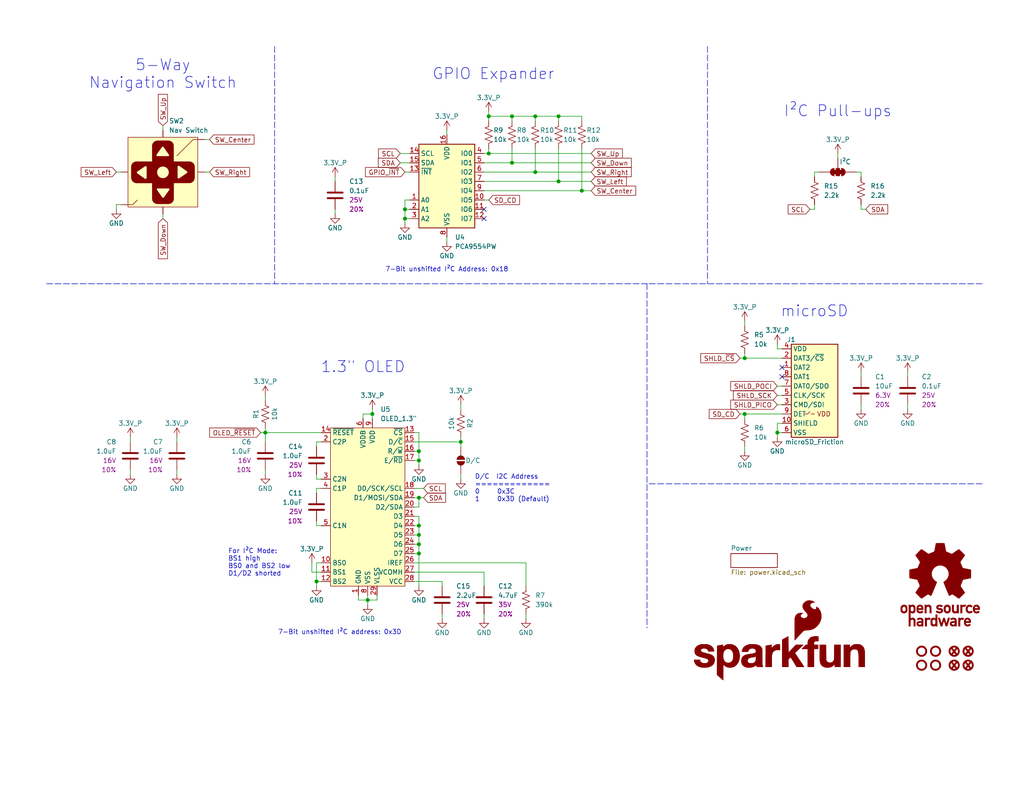
<source format=kicad_sch>
(kicad_sch (version 20231120) (generator "eeschema") (generator_version "8.0")
  (paper "USLetter")
  (title_block (title "SparkFun Portable Shield") (date "2024-09-19") (rev "v10") (comment 1 "Designed by: N. Seidle"))
  (lib_symbols
    (symbol "SparkFun-Aesthetic:Fiducial_0.5mm"
      (symbol "Fiducial_0.5mm_1_1"
        (text "x" (at 0 0.254 0) (effects (font (size 2.5 2.5) (bold yes))))
      )
    )
    (symbol "SparkFun-Aesthetic:OSHW_Logo" (pin_names (offset 1.016)) (in_bom no))
    (symbol "SparkFun-Aesthetic:SparkFun_Logo" (pin_names (offset 1.016)) (on_board no))
    (symbol "SparkFun-Capacitor:0.1uF_0603_25V_20%" (pin_numbers hide) (pin_names (offset 0.254))
      (property "Reference" "C" (at 0.635 2.54 0))
      (property "Value" "0.1uF" (at 0.635 -2.54 0))
      (property "Voltage" "25V" (at 0 -6.35 0))
      (property "Tolerance" "20%" (at 0 -8.89 0))
      (symbol "0.1uF_0603_25V_20%_1_1"
        (pin passive line (at 0 3.81 270) (length 2.794) (name "~") (number "1"))
        (pin passive line (at 0 -3.81 90) (length 2.794) (name "~") (number "2"))
      )
    )
    (symbol "SparkFun-Capacitor:1.0uF_0603_16V_10%" (pin_numbers hide) (pin_names (offset 0.254))
      (property "Reference" "C" (at 0.635 2.54 0))
      (property "Value" "1.0uF" (at 0.635 -2.54 0))
      (property "Voltage" "16V" (at 0 -6.35 0))
      (property "Tolerance" "10%" (at 0 -8.89 0))
      (symbol "1.0uF_0603_16V_10%_1_1"
        (pin passive line (at 0 3.81 270) (length 2.794) (name "~") (number "1"))
        (pin passive line (at 0 -3.81 90) (length 2.794) (name "~") (number "2"))
      )
    )
    (symbol "SparkFun-Capacitor:1.0uF_0805_25V_10%" (pin_numbers hide) (pin_names (offset 0.254))
      (property "Reference" "C" (at 0.635 2.54 0))
      (property "Value" "1.0uF" (at 0.635 -2.54 0))
      (property "Voltage" "25V" (at 0 -6.35 0))
      (property "Tolerance" "10%" (at 0 -8.89 0))
      (symbol "1.0uF_0805_25V_10%_1_1"
        (pin passive line (at 0 3.81 270) (length 2.794) (name "~") (number "1"))
        (pin passive line (at 0 -3.81 90) (length 2.794) (name "~") (number "2"))
      )
    )
    (symbol "SparkFun-Capacitor:10uF_0603_6.3V_20%" (pin_numbers hide) (pin_names (offset 0.254))
      (property "Reference" "C" (at 0.635 2.54 0))
      (property "Value" "10uF" (at 0.635 -2.54 0))
      (property "Voltage" "6.3V" (at 0 -6.35 0))
      (property "Tolerance" "20%" (at 0 -8.89 0))
      (symbol "10uF_0603_6.3V_20%_1_1"
        (pin passive line (at 0 3.81 270) (length 2.794) (name "~") (number "1"))
        (pin passive line (at 0 -3.81 90) (length 2.794) (name "~") (number "2"))
      )
    )
    (symbol "SparkFun-Capacitor:2.2uF_0805_25V_20%" (pin_numbers hide) (pin_names (offset 0.254))
      (property "Reference" "C" (at 0.635 2.54 0))
      (property "Value" "2.2uF" (at 0.635 -2.54 0))
      (property "Voltage" "25V" (at 0 -6.35 0))
      (property "Tolerance" "20%" (at 0 -8.89 0))
      (symbol "2.2uF_0805_25V_20%_1_1"
        (pin passive line (at 0 3.81 270) (length 2.794) (name "~") (number "1"))
        (pin passive line (at 0 -3.81 90) (length 2.794) (name "~") (number "2"))
      )
    )
    (symbol "SparkFun-Capacitor:4.7uF_0603_35V_20%" (pin_numbers hide) (pin_names (offset 0.254))
      (property "Reference" "C" (at 0.635 2.54 0))
      (property "Value" "4.7uF" (at 0.635 -2.54 0))
      (property "Voltage" "35V" (at 0 -6.35 0))
      (property "Tolerance" "20%" (at 0 -8.89 0))
      (symbol "4.7uF_0603_35V_20%_1_1"
        (pin passive line (at 0 3.81 270) (length 2.794) (name "~") (number "1"))
        (pin passive line (at 0 -3.81 90) (length 2.794) (name "~") (number "2"))
      )
    )
    (symbol "SparkFun-Connector:microSD_Friction"
      (property "Reference" "J" (at -6.35 15.24 0))
      (property "Value" "microSD_Friction" (at 0 -12.7 0))
      (symbol "microSD_Friction_1_1"
        (text "VDD" (at 2.54 -5.08 0) (effects (font (size 1.27 1.27))))
        (pin bidirectional line (at -8.89 7.62 0) (length 2.54) (name "DAT2") (number "1"))
        (pin passive line (at -8.89 -7.62 0) (length 2.54) (name "SHIELD") (number "10"))
        (pin bidirectional line (at -8.89 10.16 0) (length 2.54) (name "DAT3/~{CS}") (number "2"))
        (pin input line (at -8.89 -2.54 0) (length 2.54) (name "CMD/SDI") (number "3"))
        (pin power_in line (at -8.89 12.7 0) (length 2.54) (name "VDD") (number "4"))
        (pin input line (at -8.89 0 0) (length 2.54) (name "CLK/SCK") (number "5"))
        (pin power_in line (at -8.89 -10.16 0) (length 2.54) (name "VSS") (number "6"))
        (pin bidirectional line (at -8.89 2.54 0) (length 2.54) (name "DAT0/SDO") (number "7"))
        (pin bidirectional line (at -8.89 5.08 0) (length 2.54) (name "DAT1") (number "8"))
        (pin passive line (at -8.89 -5.08 0) (length 2.54) (name "DET") (number "9"))
      )
    )
    (symbol "SparkFun-Display:OLED_1.3{dblquote}-SMD"
      (property "Reference" "U" (at -10.16 25.4 0))
      (property "Value" "OLED_1.3\"" (at 8.89 -21.59 0))
      (symbol "OLED_1.3{dblquote}-SMD_1_0"
        (pin power_in line (at -2.54 -22.86 90) (length 2.54) (name "GND") (number "1"))
        (pin input line (at -12.7 -13.97 0) (length 2.54) (name "BS0") (number "10"))
        (pin input line (at -12.7 -16.51 0) (length 2.54) (name "BS1") (number "11"))
        (pin input line (at -12.7 -19.05 0) (length 2.54) (name "BS2") (number "12"))
        (pin input line (at 12.7 21.59 180) (length 2.54) (name "~{CS}") (number "13"))
        (pin input line (at -12.7 21.59 0) (length 2.54) (name "~{RESET}") (number "14"))
        (pin input line (at 12.7 19.05 180) (length 2.54) (name "D/~{C}") (number "15"))
        (pin input line (at 12.7 16.51 180) (length 2.54) (name "R/~{W}") (number "16"))
        (pin input line (at 12.7 13.97 180) (length 2.54) (name "E/~{RD}") (number "17"))
        (pin bidirectional line (at 12.7 6.35 180) (length 2.54) (name "D0/SCK/SCL") (number "18"))
        (pin bidirectional line (at 12.7 3.81 180) (length 2.54) (name "D1/MOSI/SDA") (number "19"))
        (pin passive line (at -12.7 19.05 0) (length 2.54) (name "C2P") (number "2"))
        (pin bidirectional line (at 12.7 1.27 180) (length 2.54) (name "D2/SDA") (number "20"))
        (pin bidirectional line (at 12.7 -1.27 180) (length 2.54) (name "D3") (number "21"))
        (pin bidirectional line (at 12.7 -3.81 180) (length 2.54) (name "D4") (number "22"))
        (pin bidirectional line (at 12.7 -6.35 180) (length 2.54) (name "D5") (number "23"))
        (pin bidirectional line (at 12.7 -8.89 180) (length 2.54) (name "D6") (number "24"))
        (pin bidirectional line (at 12.7 -11.43 180) (length 2.54) (name "D7") (number "25"))
        (pin input line (at 12.7 -13.97 180) (length 2.54) (name "IREF") (number "26"))
        (pin output line (at 12.7 -16.51 180) (length 2.54) (name "VCOMH") (number "27"))
        (pin power_in line (at 12.7 -19.05 180) (length 2.54) (name "VCC") (number "28"))
        (pin power_in line (at 2.54 -22.86 90) (length 2.54) (name "VLSS") (number "29"))
        (pin passive line (at -12.7 8.89 0) (length 2.54) (name "C2N") (number "3"))
        (pin power_in line (at -2.54 -22.86 90) (length 2.54) hide (name "GND") (number "30"))
        (pin passive line (at -12.7 6.35 0) (length 2.54) (name "C1P") (number "4"))
        (pin passive line (at -12.7 -3.81 0) (length 2.54) (name "C1N") (number "5"))
        (pin power_in line (at -1.27 25.4 270) (length 2.54) (name "VDDB") (number "6"))
        (pin no_connect line (at 12.7 8.89 180) (length 2.54) hide (name "NC") (number "7"))
        (pin power_in line (at 0 -22.86 90) (length 2.54) (name "VSS") (number "8"))
        (pin power_in line (at 1.27 25.4 270) (length 2.54) (name "VDD") (number "9"))
      )
    )
    (symbol "SparkFun-Hardware:Standoff")
    (symbol "SparkFun-IC-Special-Function:PCA9554PW"
      (property "Reference" "U" (at -7.62 11.43 0))
      (property "Value" "PCA9554PW" (at 2.54 11.43 0))
      (symbol "PCA9554PW_1_1"
        (pin input line (at -10.16 -5.08 0) (length 2.54) (name "A0") (number "1"))
        (pin bidirectional line (at 10.16 -5.08 180) (length 2.54) (name "IO5") (number "10"))
        (pin bidirectional line (at 10.16 -7.62 180) (length 2.54) (name "IO6") (number "11"))
        (pin bidirectional line (at 10.16 -10.16 180) (length 2.54) (name "IO7") (number "12"))
        (pin output line (at -10.16 2.54 0) (length 2.54) (name "~{INT}") (number "13"))
        (pin input line (at -10.16 7.62 0) (length 2.54) (name "SCL") (number "14"))
        (pin bidirectional line (at -10.16 5.08 0) (length 2.54) (name "SDA") (number "15"))
        (pin power_in line (at 0 12.7 270) (length 2.54) (name "VDD") (number "16"))
        (pin input line (at -10.16 -7.62 0) (length 2.54) (name "A1") (number "2"))
        (pin input line (at -10.16 -10.16 0) (length 2.54) (name "A2") (number "3"))
        (pin bidirectional line (at 10.16 7.62 180) (length 2.54) (name "IO0") (number "4"))
        (pin bidirectional line (at 10.16 5.08 180) (length 2.54) (name "IO1") (number "5"))
        (pin bidirectional line (at 10.16 2.54 180) (length 2.54) (name "IO2") (number "6"))
        (pin bidirectional line (at 10.16 0 180) (length 2.54) (name "IO3") (number "7"))
        (pin power_in line (at 0 -15.24 90) (length 2.54) (name "VSS") (number "8"))
        (pin bidirectional line (at 10.16 -2.54 180) (length 2.54) (name "IO4") (number "9"))
      )
    )
    (symbol "SparkFun-Jumper:SolderJumper_2_Open" (pin_numbers hide) (pin_names (offset 0) hide)
      (property "Reference" "JP" (at 0 2.032 0))
      (property "Value" "~" (at 0 -2.54 0))
      (symbol "SolderJumper_2_Open_1_1"
        (pin passive line (at -3.81 0 0) (length 2.54) (name "A") (number "1"))
        (pin passive line (at 3.81 0 180) (length 2.54) (name "B") (number "2"))
      )
    )
    (symbol "SparkFun-Jumper:SolderJumper_3_Bridged123" (pin_numbers hide) (pin_names (offset 0) hide)
      (property "Reference" "JP" (at 0 2.54 0))
      (property "Value" "~" (at 3.81 1.27 0))
      (symbol "SolderJumper_3_Bridged123_1_1"
        (pin passive line (at -5.08 0 0) (length 2.54) (name "A") (number "1"))
        (pin passive line (at 0 -3.81 90) (length 2.54) (name "C") (number "2"))
        (pin passive line (at 5.08 0 180) (length 2.54) (name "B") (number "3"))
      )
    )
    (symbol "SparkFun-PowerSymbol:3.3V_P" (power) (pin_names (offset 0))
      (property "Value" "3.3V_P" (at 0 3.81 0))
      (symbol "3.3V_P_1_1"
        (pin power_in line (at 0 0 90) (length 0) hide (name "3.3V_P") (number "1"))
      )
    )
    (symbol "SparkFun-PowerSymbol:GND" (power) (pin_names (offset 0))
      (property "Value" "GND" (at 0 -3.81 0))
      (symbol "GND_1_1"
        (pin power_in line (at 0 0 270) (length 0) hide (name "GND") (number "1"))
      )
    )
    (symbol "SparkFun-Resistor:10k_0603" (pin_numbers hide) (pin_names (offset 0))
      (property "Reference" "R" (at 0 -2.54 0))
      (property "Value" "10k" (at 0 2.54 0))
      (symbol "10k_0603_1_1"
        (pin passive line (at 3.81 0 180) (length 1.27) (name "~") (number "1"))
        (pin passive line (at -3.81 0 0) (length 1.27) (name "~") (number "2"))
      )
    )
    (symbol "SparkFun-Resistor:2.2k_0603" (pin_numbers hide) (pin_names (offset 0))
      (property "Reference" "R" (at 0 -2.54 0))
      (property "Value" "2.2k" (at 0 2.54 0))
      (symbol "2.2k_0603_1_1"
        (pin passive line (at 3.81 0 180) (length 1.27) (name "~") (number "1"))
        (pin passive line (at -3.81 0 0) (length 1.27) (name "~") (number "2"))
      )
    )
    (symbol "SparkFun-Resistor:390k_0603" (pin_numbers hide) (pin_names (offset 0))
      (property "Reference" "R" (at 0 -2.54 0))
      (property "Value" "390k" (at 0 2.54 0))
      (symbol "390k_0603_1_1"
        (pin passive line (at 3.81 0 180) (length 1.27) (name "~") (number "1"))
        (pin passive line (at -3.81 0 0) (length 1.27) (name "~") (number "2"))
      )
    )
    (symbol "SparkFun-Switch:Navigation_5Way_SMD_7.5x7.5mm" (pin_numbers hide) (pin_names (offset 0) hide)
      (property "Reference" "SW" (at -8.255 10.795 0))
      (property "Value" "Nav Switch" (at 6.985 -10.795 0))
      (symbol "Navigation_5Way_SMD_7.5x7.5mm_1_1"
        (pin passive line (at -11.43 0 0) (length 1.905) (name "Left") (number "1"))
        (pin passive line (at -11.43 -8.89 0) (length 1.905) (name "GND") (number "2"))
        (pin passive line (at 0 -11.43 90) (length 1.905) (name "Down") (number "3"))
        (pin passive line (at 11.43 0 180) (length 1.905) (name "Right") (number "4"))
        (pin passive line (at 11.43 8.89 180) (length 1.905) (name "Center") (number "5"))
        (pin passive line (at 0 11.43 270) (length 1.905) (name "Up") (number "6"))
        (pin no_connect line (at -11.43 -5.08 0) (length 1.905) hide (name "MP1") (number "MP1"))
        (pin no_connect line (at -11.43 -6.35 0) (length 1.905) hide (name "MP2") (number "MP2"))
      )
    )
    (symbol "power:GND" (power) (pin_numbers hide) (pin_names (offset 0) hide)
      (property "Value" "GND" (at 0 -3.81 0))
      (symbol "GND_1_1"
        (pin power_in line (at 0 0 270) (length 0) (name "~") (number "1"))
      )
    )
  )
  (junction (at 114.3 146.05))
  (junction (at 152.4 31.75))
  (junction (at 158.75 52.07))
  (junction (at 114.3 123.19))
  (junction (at 146.05 46.99))
  (junction (at 110.49 57.15))
  (junction (at 133.35 41.91))
  (junction (at 125.73 120.65))
  (junction (at 114.3 148.59))
  (junction (at 203.2 97.79))
  (junction (at 114.3 135.89))
  (junction (at 114.3 125.73))
  (junction (at 146.05 31.75))
  (junction (at 133.35 31.75))
  (junction (at 139.7 44.45))
  (junction (at 114.3 151.13))
  (junction (at 72.39 118.11))
  (junction (at 101.6 113.03))
  (junction (at 114.3 143.51))
  (junction (at 203.2 113.03))
  (junction (at 152.4 49.53))
  (junction (at 86.36 158.75))
  (junction (at 100.33 163.83))
  (junction (at 212.09 118.11))
  (junction (at 139.7 31.75))
  (junction (at 110.49 59.69))
  (no_connect (at 213.36 102.87))
  (no_connect (at 132.08 57.15))
  (no_connect (at 213.36 100.33))
  (no_connect (at 132.08 59.69))
  (wire (pts (xy 143.51 167.64) (xy 143.51 168.91)) (stroke (width 0.1524)))
  (wire (pts (xy 113.03 143.51) (xy 114.3 143.51)))
  (wire (pts (xy 212.09 95.25) (xy 212.09 93.98)))
  (wire (pts (xy 152.4 31.75) (xy 152.4 33.02)))
  (wire (pts (xy 113.03 120.65) (xy 123.19 120.65)))
  (wire (pts (xy 203.2 87.63) (xy 203.2 88.9)) (stroke (width 0.1524)))
  (wire (pts (xy 125.73 119.38) (xy 125.73 120.65)) (stroke (width 0.1524)))
  (wire (pts (xy 100.33 163.83) (xy 100.33 165.1)))
  (wire (pts (xy 86.36 158.75) (xy 87.63 158.75)))
  (wire (pts (xy 152.4 49.53) (xy 132.08 49.53)))
  (wire (pts (xy 228.6 41.91) (xy 228.6 43.18)))
  (wire (pts (xy 234.95 111.76) (xy 234.95 110.49)))
  (wire (pts (xy 247.65 102.87) (xy 247.65 101.6)))
  (wire (pts (xy 86.36 120.65) (xy 87.63 120.65)))
  (wire (pts (xy 236.22 57.15) (xy 234.95 57.15)))
  (wire (pts (xy 146.05 46.99) (xy 132.08 46.99)))
  (wire (pts (xy 72.39 118.11) (xy 72.39 120.65)) (stroke (width 0.1524)))
  (wire (pts (xy 111.76 46.99) (xy 110.49 46.99)))
  (wire (pts (xy 120.65 158.75) (xy 120.65 160.02)))
  (polyline (pts (xy 74.93 12.7) (xy 74.93 77.47)) (stroke (width 0) (type dash)))
  (wire (pts (xy 133.35 40.64) (xy 133.35 41.91)))
  (wire (pts (xy 222.25 55.88) (xy 222.25 57.15)))
  (wire (pts (xy 109.22 41.91) (xy 111.76 41.91)))
  (wire (pts (xy 203.2 113.03) (xy 213.36 113.03)))
  (wire (pts (xy 114.3 151.13) (xy 114.3 160.02)))
  (polyline (pts (xy 193.04 12.7) (xy 193.04 77.47)) (stroke (width 0) (type dash)))
  (wire (pts (xy 161.29 49.53) (xy 152.4 49.53)))
  (wire (pts (xy 152.4 31.75) (xy 158.75 31.75)))
  (wire (pts (xy 139.7 31.75) (xy 139.7 33.02)))
  (wire (pts (xy 87.63 153.67) (xy 86.36 153.67)))
  (wire (pts (xy 113.03 133.35) (xy 115.57 133.35)))
  (wire (pts (xy 102.87 162.56) (xy 102.87 163.83)))
  (wire (pts (xy 31.75 46.99) (xy 33.02 46.99)))
  (wire (pts (xy 212.09 118.11) (xy 212.09 119.38)))
  (wire (pts (xy 113.03 123.19) (xy 114.3 123.19)))
  (wire (pts (xy 133.35 31.75) (xy 139.7 31.75)))
  (wire (pts (xy 161.29 52.07) (xy 158.75 52.07)))
  (wire (pts (xy 201.93 97.79) (xy 203.2 97.79)))
  (wire (pts (xy 44.45 59.69) (xy 44.45 58.42)))
  (wire (pts (xy 212.09 105.41) (xy 213.36 105.41)))
  (wire (pts (xy 203.2 97.79) (xy 213.36 97.79)))
  (wire (pts (xy 113.03 118.11) (xy 114.3 118.11)))
  (wire (pts (xy 213.36 118.11) (xy 212.09 118.11)))
  (wire (pts (xy 72.39 107.95) (xy 72.39 109.22)) (stroke (width 0.1524)))
  (wire (pts (xy 114.3 125.73) (xy 114.3 127)))
  (wire (pts (xy 212.09 110.49) (xy 213.36 110.49)))
  (wire (pts (xy 86.36 118.11) (xy 87.63 118.11)))
  (wire (pts (xy 110.49 59.69) (xy 111.76 59.69)))
  (wire (pts (xy 212.09 115.57) (xy 212.09 118.11)))
  (wire (pts (xy 201.93 113.03) (xy 203.2 113.03)))
  (wire (pts (xy 72.39 116.84) (xy 72.39 118.11)) (stroke (width 0.1524)))
  (wire (pts (xy 100.33 162.56) (xy 100.33 163.83)))
  (wire (pts (xy 35.56 119.38) (xy 35.56 120.65)) (stroke (width 0.1524)))
  (wire (pts (xy 139.7 40.64) (xy 139.7 44.45)))
  (wire (pts (xy 114.3 148.59) (xy 114.3 151.13)))
  (wire (pts (xy 234.95 55.88) (xy 234.95 57.15)))
  (wire (pts (xy 234.95 102.87) (xy 234.95 101.6)))
  (wire (pts (xy 212.09 107.95) (xy 213.36 107.95)))
  (polyline (pts (xy 12.7 77.47) (xy 176.53 77.47)) (stroke (width 0) (type dash)))
  (wire (pts (xy 57.15 46.99) (xy 55.88 46.99)))
  (wire (pts (xy 113.03 140.97) (xy 114.3 140.97)))
  (wire (pts (xy 110.49 59.69) (xy 110.49 60.96)))
  (wire (pts (xy 72.39 118.11) (xy 86.36 118.11)) (stroke (width 0.1524)))
  (wire (pts (xy 101.6 114.3) (xy 101.6 113.03)))
  (wire (pts (xy 91.44 58.42) (xy 91.44 57.15)))
  (wire (pts (xy 114.3 123.19) (xy 114.3 125.73)))
  (wire (pts (xy 44.45 34.29) (xy 44.45 35.56)))
  (wire (pts (xy 213.36 115.57) (xy 212.09 115.57)))
  (wire (pts (xy 161.29 41.91) (xy 133.35 41.91)))
  (wire (pts (xy 87.63 156.21) (xy 85.09 156.21)))
  (wire (pts (xy 86.36 130.81) (xy 87.63 130.81)))
  (wire (pts (xy 113.03 146.05) (xy 114.3 146.05)))
  (wire (pts (xy 114.3 146.05) (xy 114.3 148.59)))
  (wire (pts (xy 120.65 168.91) (xy 120.65 167.64)) (stroke (width 0.1524)))
  (wire (pts (xy 132.08 156.21) (xy 132.08 160.02)))
  (wire (pts (xy 213.36 95.25) (xy 212.09 95.25)))
  (wire (pts (xy 125.73 110.49) (xy 125.73 111.76)) (stroke (width 0.1524)))
  (wire (pts (xy 161.29 44.45) (xy 139.7 44.45)))
  (wire (pts (xy 114.3 143.51) (xy 114.3 146.05)))
  (wire (pts (xy 146.05 31.75) (xy 152.4 31.75)))
  (wire (pts (xy 121.92 35.56) (xy 121.92 36.83)))
  (wire (pts (xy 31.75 55.88) (xy 31.75 57.15)))
  (wire (pts (xy 113.03 156.21) (xy 132.08 156.21)))
  (wire (pts (xy 91.44 48.26) (xy 91.44 49.53)))
  (wire (pts (xy 203.2 113.03) (xy 203.2 114.3)))
  (wire (pts (xy 114.3 118.11) (xy 114.3 123.19)))
  (wire (pts (xy 86.36 134.62) (xy 86.36 133.35)))
  (wire (pts (xy 158.75 33.02) (xy 158.75 31.75)))
  (wire (pts (xy 86.36 121.92) (xy 86.36 120.65)))
  (wire (pts (xy 110.49 54.61) (xy 110.49 57.15)))
  (wire (pts (xy 85.09 153.67) (xy 85.09 156.21)))
  (wire (pts (xy 158.75 40.64) (xy 158.75 52.07)))
  (wire (pts (xy 55.88 38.1) (xy 57.15 38.1)))
  (wire (pts (xy 146.05 40.64) (xy 146.05 46.99)))
  (wire (pts (xy 86.36 158.75) (xy 86.36 160.02)))
  (wire (pts (xy 133.35 41.91) (xy 132.08 41.91)))
  (wire (pts (xy 125.73 120.65) (xy 125.73 121.92)) (stroke (width 0.1524)))
  (wire (pts (xy 220.98 57.15) (xy 222.25 57.15)))
  (wire (pts (xy 132.08 168.91) (xy 132.08 167.64)))
  (wire (pts (xy 143.51 153.67) (xy 143.51 160.02)))
  (wire (pts (xy 113.03 148.59) (xy 114.3 148.59)))
  (wire (pts (xy 86.36 133.35) (xy 87.63 133.35)))
  (wire (pts (xy 86.36 143.51) (xy 87.63 143.51)))
  (wire (pts (xy 99.06 113.03) (xy 101.6 113.03)))
  (wire (pts (xy 133.35 54.61) (xy 132.08 54.61)))
  (wire (pts (xy 223.52 46.99) (xy 222.25 46.99)))
  (wire (pts (xy 35.56 129.54) (xy 35.56 128.27)) (stroke (width 0.1524)))
  (wire (pts (xy 99.06 113.03) (xy 99.06 114.3)))
  (wire (pts (xy 146.05 31.75) (xy 146.05 33.02)))
  (wire (pts (xy 101.6 111.76) (xy 101.6 113.03)))
  (wire (pts (xy 86.36 142.24) (xy 86.36 143.51)))
  (wire (pts (xy 125.73 130.81) (xy 125.73 129.54)) (stroke (width 0.1524)))
  (wire (pts (xy 123.19 120.65) (xy 125.73 120.65)) (stroke (width 0.1524)))
  (wire (pts (xy 203.2 96.52) (xy 203.2 97.79)))
  (wire (pts (xy 100.33 163.83) (xy 102.87 163.83)))
  (polyline (pts (xy 267.97 132.08) (xy 176.53 132.08)) (stroke (width 0) (type dash)))
  (wire (pts (xy 72.39 129.54) (xy 72.39 128.27)) (stroke (width 0.1524)))
  (wire (pts (xy 97.79 163.83) (xy 100.33 163.83)))
  (wire (pts (xy 234.95 46.99) (xy 234.95 48.26)))
  (wire (pts (xy 71.12 118.11) (xy 72.39 118.11)) (stroke (width 0.1524)))
  (wire (pts (xy 113.03 158.75) (xy 120.65 158.75)))
  (wire (pts (xy 86.36 129.54) (xy 86.36 130.81)))
  (wire (pts (xy 161.29 46.99) (xy 146.05 46.99)))
  (wire (pts (xy 158.75 52.07) (xy 132.08 52.07)))
  (polyline (pts (xy 267.97 77.47) (xy 176.53 77.47)) (stroke (width 0) (type dash)))
  (wire (pts (xy 114.3 135.89) (xy 115.57 135.89)))
  (wire (pts (xy 111.76 54.61) (xy 110.49 54.61)))
  (wire (pts (xy 110.49 57.15) (xy 110.49 59.69)))
  (wire (pts (xy 109.22 44.45) (xy 111.76 44.45)))
  (polyline (pts (xy 176.53 77.47) (xy 176.53 171.45)) (stroke (width 0) (type dash)))
  (wire (pts (xy 113.03 138.43) (xy 114.3 138.43)))
  (wire (pts (xy 97.79 162.56) (xy 97.79 163.83)))
  (wire (pts (xy 222.25 46.99) (xy 222.25 48.26)))
  (wire (pts (xy 152.4 40.64) (xy 152.4 49.53)))
  (wire (pts (xy 113.03 153.67) (xy 143.51 153.67)))
  (wire (pts (xy 86.36 153.67) (xy 86.36 158.75)))
  (wire (pts (xy 139.7 31.75) (xy 146.05 31.75)))
  (wire (pts (xy 121.92 66.04) (xy 121.92 64.77)))
  (wire (pts (xy 133.35 31.75) (xy 133.35 33.02)))
  (wire (pts (xy 48.26 119.38) (xy 48.26 120.65)) (stroke (width 0.1524)))
  (wire (pts (xy 113.03 125.73) (xy 114.3 125.73)))
  (wire (pts (xy 113.03 151.13) (xy 114.3 151.13)))
  (wire (pts (xy 114.3 140.97) (xy 114.3 143.51)))
  (wire (pts (xy 247.65 111.76) (xy 247.65 110.49)))
  (wire (pts (xy 48.26 129.54) (xy 48.26 128.27)) (stroke (width 0.1524)))
  (wire (pts (xy 133.35 30.48) (xy 133.35 31.75)))
  (wire (pts (xy 114.3 135.89) (xy 114.3 138.43)))
  (wire (pts (xy 110.49 57.15) (xy 111.76 57.15)))
  (wire (pts (xy 233.68 46.99) (xy 234.95 46.99)))
  (wire (pts (xy 139.7 44.45) (xy 132.08 44.45)))
  (wire (pts (xy 113.03 135.89) (xy 114.3 135.89)))
  (wire (pts (xy 33.02 55.88) (xy 31.75 55.88)))
  (wire (pts (xy 203.2 121.92) (xy 203.2 123.19)))
  (text "1.3\" OLED" (at 99.06 100.33 0) (effects (font (size 3 3))))
  (text "7-Bit unshifted I²C address: 0x3D" (at 92.71 172.72 0) (effects (font (size 1.27 1.27))))
  (text "For I²C Mode:\nBS1 high\nBS0 and BS2 low\nD1/D2 shorted" (at 62.23 153.67 0) (effects (font (size 1.27 1.27)) (justify left)))
  (text "D/C  I2C Address\n=============\n0     0x3C\n1     0x3D (Default)" (at 129.54 133.35 0) (effects (font (size 1.27 1.27)) (justify left)))
  (text "5-Way\nNavigation Switch" (at 44.45 20.32 0) (effects (font (size 3 3))))
  (text "GPIO Expander" (at 134.62 20.32 0) (effects (font (size 3 3))))
  (text "7-Bit unshifted I²C Address: 0x18" (at 121.92 73.66 0) (effects (font (size 1.27 1.27))))
  (text "microSD" (at 222.25 85.09 0) (effects (font (size 3 3))))
  (text "I²C Pull-ups" (at 228.6 30.48 0) (effects (font (size 3 3))))
  (global_label "SCL" (shape input) (at 109.22 41.91 180) (property "Intersheetrefs" "${INTERSHEET_REFS}" (effects (hide yes))))
  (global_label "SCL" (shape input) (at 220.98 57.15 180) (property "Intersheetrefs" "${INTERSHEET_REFS}" (effects (hide yes))))
  (global_label "SW_Left" (shape input) (at 161.29 49.53 0) (property "Intersheetrefs" "${INTERSHEET_REFS}" (effects (hide yes))))
  (global_label "SDA" (shape input) (at 109.22 44.45 180) (property "Intersheetrefs" "${INTERSHEET_REFS}" (effects (hide yes))))
  (global_label "SD_CD" (shape input) (at 133.35 54.61 0) (property "Intersheetrefs" "${INTERSHEET_REFS}" (effects (hide yes))))
  (global_label "SCL" (shape input) (at 115.57 133.35 0) (property "Intersheetrefs" "${INTERSHEET_REFS}" (effects (hide yes))))
  (global_label "SHLD_PICO" (shape input) (at 212.09 110.49 180) (property "Intersheetrefs" "${INTERSHEET_REFS}" (effects (hide yes))))
  (global_label "SHLD_SCK" (shape input) (at 212.09 107.95 180) (property "Intersheetrefs" "${INTERSHEET_REFS}" (effects (hide yes))))
  (global_label "SW_Right" (shape input) (at 161.29 46.99 0) (property "Intersheetrefs" "${INTERSHEET_REFS}" (effects (hide yes))))
  (global_label "GPIO_~{INT}" (shape input) (at 110.49 46.99 180) (property "Intersheetrefs" "${INTERSHEET_REFS}" (effects (hide yes))))
  (global_label "SW_Right" (shape input) (at 57.15 46.99 0) (property "Intersheetrefs" "${INTERSHEET_REFS}" (effects (hide yes))))
  (global_label "SDA" (shape input) (at 115.57 135.89 0) (property "Intersheetrefs" "${INTERSHEET_REFS}" (effects (hide yes))))
  (global_label "SW_Up" (shape input) (at 161.29 41.91 0) (property "Intersheetrefs" "${INTERSHEET_REFS}" (effects (hide yes))))
  (global_label "SW_Center" (shape input) (at 161.29 52.07 0) (property "Intersheetrefs" "${INTERSHEET_REFS}" (effects (hide yes))))
  (global_label "OLED_~{RESET}" (shape input) (at 71.12 118.11 180) (property "Intersheetrefs" "${INTERSHEET_REFS}" (effects (hide yes))))
  (global_label "SW_Down" (shape input) (at 44.45 59.69 270) (property "Intersheetrefs" "${INTERSHEET_REFS}" (effects (hide yes))))
  (global_label "SW_Center" (shape input) (at 57.15 38.1 0) (property "Intersheetrefs" "${INTERSHEET_REFS}" (effects (hide yes))))
  (global_label "SD_CD" (shape input) (at 201.93 113.03 180) (property "Intersheetrefs" "${INTERSHEET_REFS}" (effects (hide yes))))
  (global_label "SDA" (shape input) (at 236.22 57.15 0) (property "Intersheetrefs" "${INTERSHEET_REFS}" (effects (hide yes))))
  (global_label "SHLD_~{CS}" (shape input) (at 201.93 97.79 180) (property "Intersheetrefs" "${INTERSHEET_REFS}" (effects (hide yes))))
  (global_label "SW_Left" (shape input) (at 31.75 46.99 180) (property "Intersheetrefs" "${INTERSHEET_REFS}" (effects (hide yes))))
  (global_label "SW_Up" (shape input) (at 44.45 34.29 90) (property "Intersheetrefs" "${INTERSHEET_REFS}" (effects (hide yes))))
  (global_label "SW_Down" (shape input) (at 161.29 44.45 0) (property "Intersheetrefs" "${INTERSHEET_REFS}" (effects (hide yes))))
  (global_label "SHLD_POCI" (shape input) (at 212.09 105.41 180) (property "Intersheetrefs" "${INTERSHEET_REFS}" (effects (hide yes))))
  (symbol (lib_id "SparkFun-Hardware:Standoff") (at 251.46 181.61 0) (unit 1)
    (property "Reference" "ST4" (effects (hide yes)))
    (property "Value" "Standoff" (effects (hide yes)))
    (property "Footprint" "SparkFun-Hardware:Standoff" (effects (hide yes)))
    (property "Description" "Drill holes for mechanically mounting via screws, standoffs, etc." (effects (hide yes)))
  )
  (symbol (lib_id "SparkFun-PowerSymbol:3.3V_P") (at 121.92 35.56 0) (unit 1)
    (property "Reference" "#PWR02" (effects (hide yes)))
    (property "Value" "3.3V_P" (at 121.92 31.75 0))
    (property "Description" "Power symbol creates a global label with name \"3.3V_P\"" (effects (hide yes)))
  )
  (symbol (lib_id "SparkFun-PowerSymbol:3.3V_P") (at 133.35 30.48 0) (unit 1)
    (property "Reference" "#PWR01" (effects (hide yes)))
    (property "Value" "3.3V_P" (at 133.35 26.67 0))
    (property "Description" "Power symbol creates a global label with name \"3.3V_P\"" (effects (hide yes)))
  )
  (symbol (lib_id "SparkFun-PowerSymbol:3.3V_P") (at 247.65 101.6 0) (unit 1)
    (property "Reference" "#PWR019" (effects (hide yes)))
    (property "Value" "3.3V_P" (at 247.65 97.79 0))
    (property "Description" "Power symbol creates a global label with name \"3.3V_P\"" (effects (hide yes)))
  )
  (symbol (lib_id "SparkFun-Resistor:10k_0603") (at 203.2 92.71 90) (unit 1)
    (property "Reference" "R5" (at 205.74 91.4399 90) (effects (justify right)))
    (property "Value" "10k" (at 205.74 93.9799 90) (effects (justify right)))
    (property "Footprint" "SparkFun-Resistor:R_0603_1608Metric" (effects (hide yes)))
    (property "Datasheet" "https://www.vishay.com/docs/20035/dcrcwe3.pdf" (effects (hide yes)))
    (property "Description" "Resistor" (effects (hide yes)))
    (property "PROD_ID" "RES-00824" (effects (hide yes)))
  )
  (symbol (lib_id "SparkFun-PowerSymbol:GND") (at 48.26 129.54 0) (mirror y) (unit 1)
    (property "Reference" "#PWR035" (effects (hide yes)))
    (property "Value" "GND" (at 48.26 133.35 0))
    (property "Description" "Power symbol creates a global label with name \"GND\" , ground" (effects (hide yes)))
  )
  (symbol (lib_id "SparkFun-Capacitor:1.0uF_0805_25V_10%") (at 86.36 125.73 0) (mirror y) (unit 1)
    (property "Reference" "C14" (at 82.55 121.9199 0) (effects (justify left)))
    (property "Value" "1.0uF" (at 82.55 124.4599 0) (effects (justify left)))
    (property "Footprint" "SparkFun-Capacitor:C_0805_2012Metric" (effects (hide yes)))
    (property "Datasheet" "https://cdn.sparkfun.com/assets/8/a/4/a/5/Kemet_Capacitor_Datasheet.pdf" (effects (hide yes)))
    (property "Description" "Unpolarized capacitor" (effects (hide yes)))
    (property "PROD_ID" "CAP-08064" (effects (hide yes)))
    (property "Voltage" "25V" (at 82.55 126.9999 0) (effects (justify left)))
    (property "Tolerance" "10%" (at 82.55 129.5399 0) (effects (justify left)))
  )
  (symbol (lib_id "SparkFun-PowerSymbol:GND") (at 114.3 127 0) (mirror y) (unit 1)
    (property "Reference" "#PWR038" (effects (hide yes)))
    (property "Value" "GND" (at 114.3 130.81 0))
    (property "Description" "Power symbol creates a global label with name \"GND\" , ground" (effects (hide yes)))
  )
  (symbol (lib_id "SparkFun-Aesthetic:SparkFun_Logo") (at 212.09 179.07 0) (unit 1) (on_board no)
    (property "Reference" "G5" (effects (hide yes)))
    (property "Value" "SparkFun_Logo" (effects (hide yes)))
    (property "Footprint" "SparkFun-Aesthetic:SparkFun_Logo_8mm" (effects (hide yes)))
  )
  (symbol (lib_id "SparkFun-PowerSymbol:GND") (at 125.73 130.81 0) (mirror y) (unit 1)
    (property "Reference" "#PWR033" (effects (hide yes)))
    (property "Value" "GND" (at 125.73 134.62 0))
    (property "Description" "Power symbol creates a global label with name \"GND\" , ground" (effects (hide yes)))
  )
  (symbol (lib_id "SparkFun-Resistor:2.2k_0603") (at 222.25 52.07 90) (unit 1)
    (property "Reference" "R15" (at 224.79 50.7999 90) (effects (justify right)))
    (property "Value" "2.2k" (at 224.79 53.3399 90) (effects (justify right)))
    (property "Footprint" "SparkFun-Resistor:R_0603_1608Metric" (effects (hide yes)))
    (property "Datasheet" "https://www.vishay.com/docs/20035/dcrcwe3.pdf" (effects (hide yes)))
    (property "Description" "Resistor" (effects (hide yes)))
    (property "PROD_ID" "RES-08272" (effects (hide yes)))
  )
  (symbol (lib_id "SparkFun-Resistor:390k_0603") (at 143.51 163.83 270) (mirror x) (unit 1)
    (property "Reference" "R7" (at 146.05 162.5599 90) (effects (justify left)))
    (property "Value" "390k" (at 146.05 165.0999 90) (effects (justify left)))
    (property "Footprint" "SparkFun-Resistor:R_0603_1608Metric" (effects (hide yes)))
    (property "Datasheet" "https://www.vishay.com/docs/20035/dcrcwe3.pdf" (effects (hide yes)))
    (property "Description" "Resistor" (effects (hide yes)))
    (property "PROD_ID" "RES-12024" (effects (hide yes)))
  )
  (symbol (lib_id "SparkFun-Capacitor:1.0uF_0603_16V_10%") (at 48.26 124.46 0) (mirror y) (unit 1)
    (property "Reference" "C7" (at 44.45 120.6499 0) (effects (justify left)))
    (property "Value" "1.0uF" (at 44.45 123.1899 0) (effects (justify left)))
    (property "Footprint" "SparkFun-Capacitor:C_0603_1608Metric" (effects (hide yes)))
    (property "Datasheet" "https://cdn.sparkfun.com/assets/8/a/4/a/5/Kemet_Capacitor_Datasheet.pdf" (effects (hide yes)))
    (property "Description" "Unpolarized capacitor" (effects (hide yes)))
    (property "PROD_ID" "CAP-13930" (effects (hide yes)))
    (property "Voltage" "16V" (at 44.45 125.7299 0) (effects (justify left)))
    (property "Tolerance" "10%" (at 44.45 128.2699 0) (effects (justify left)))
  )
  (symbol (lib_id "SparkFun-Resistor:10k_0603") (at 203.2 118.11 90) (unit 1)
    (property "Reference" "R6" (at 205.74 116.8399 90) (effects (justify right)))
    (property "Value" "10k" (at 205.74 119.3799 90) (effects (justify right)))
    (property "Footprint" "SparkFun-Resistor:R_0603_1608Metric" (effects (hide yes)))
    (property "Datasheet" "https://www.vishay.com/docs/20035/dcrcwe3.pdf" (effects (hide yes)))
    (property "Description" "Resistor" (effects (hide yes)))
    (property "PROD_ID" "RES-00824" (effects (hide yes)))
  )
  (symbol (lib_id "SparkFun-Aesthetic:Fiducial_0.5mm") (at 264.16 177.8 0) (unit 1)
    (property "Reference" "FID1" (effects (hide yes)))
    (property "Value" "Fiducial_0.5mm" (effects (hide yes)))
    (property "Footprint" "SparkFun-Aesthetic:Fiducial_0.5mm_Mask1mm" (effects (hide yes)))
    (property "Description" "Fiducial Marker" (effects (hide yes)))
  )
  (symbol (lib_id "SparkFun-PowerSymbol:3.3V_P") (at 35.56 119.38 0) (unit 1)
    (property "Reference" "#PWR066" (effects (hide yes)))
    (property "Value" "3.3V_P" (at 35.56 115.57 0))
    (property "Description" "Power symbol creates a global label with name \"3.3V_P\"" (effects (hide yes)))
  )
  (symbol (lib_id "SparkFun-Jumper:SolderJumper_2_Open") (at 125.73 125.73 270) (mirror x) (unit 1)
    (property "Reference" "JP2" (effects (hide yes)))
    (property "Value" "D/C" (at 127 125.73 90) (effects (justify left)))
    (property "Footprint" "SparkFun-Jumper:Jumper_2_NO" (effects (hide yes)))
    (property "Description" "Solder Jumper, 2-pole, open" (effects (hide yes)))
  )
  (symbol (lib_id "SparkFun-Aesthetic:Fiducial_0.5mm") (at 264.16 181.61 0) (unit 1)
    (property "Reference" "FID4" (effects (hide yes)))
    (property "Value" "Fiducial_0.5mm" (effects (hide yes)))
    (property "Footprint" "SparkFun-Aesthetic:Fiducial_0.5mm_Mask1mm" (effects (hide yes)))
    (property "Description" "Fiducial Marker" (effects (hide yes)))
  )
  (symbol (lib_id "SparkFun-Capacitor:0.1uF_0603_25V_20%") (at 247.65 106.68 0) (unit 1)
    (property "Reference" "C2" (at 251.46 102.8699 0) (effects (justify left)))
    (property "Value" "0.1uF" (at 251.46 105.4099 0) (effects (justify left)))
    (property "Footprint" "SparkFun-Capacitor:C_0603_1608Metric" (effects (hide yes)))
    (property "Datasheet" "https://cdn.sparkfun.com/assets/8/a/4/a/5/Kemet_Capacitor_Datasheet.pdf" (effects (hide yes)))
    (property "Description" "Unpolarized capacitor" (effects (hide yes)))
    (property "PROD_ID" "CAP-00810" (effects (hide yes)))
    (property "Voltage" "25V" (at 251.46 107.9499 0) (effects (justify left)))
    (property "Tolerance" "20%" (at 251.46 110.4899 0) (effects (justify left)))
  )
  (symbol (lib_id "SparkFun-Connector:microSD_Friction") (at 222.25 107.95 0) (unit 1)
    (property "Reference" "J1" (at 215.9 92.71 0))
    (property "Value" "microSD_Friction" (at 222.25 120.65 0))
    (property "Footprint" "SparkFun-Connector:microSD_Friction_Fit_Common" (effects (hide yes)))
    (property "Datasheet" "https://tools.molex.com/pdm_docs/sd/1050270001_sd.pdf" (effects (hide yes)))
    (property "Description" "Micro SD socket External Pin" (effects (hide yes)))
    (property "PROD_ID" "CONN-20948" (effects (hide yes)))
  )
  (symbol (lib_id "SparkFun-PowerSymbol:GND") (at 143.51 168.91 0) (mirror y) (unit 1)
    (property "Reference" "#PWR054" (effects (hide yes)))
    (property "Value" "GND" (at 143.51 172.72 0))
    (property "Description" "Power symbol creates a global label with name \"GND\" , ground" (effects (hide yes)))
  )
  (symbol (lib_id "SparkFun-Switch:Navigation_5Way_SMD_7.5x7.5mm") (at 44.45 46.99 0) (unit 1)
    (property "Reference" "SW2" (at 46.1011 33.02 0) (effects (justify left)))
    (property "Value" "Nav Switch" (at 46.1011 35.56 0) (effects (justify left)))
    (property "Footprint" "SparkFun-Switch:Navigation_SMD_7.5x7.5mm" (effects (hide yes)))
    (property "Datasheet" "https://cdn.sparkfun.com/assets/c/f/a/b/d/Korean-Hroparts-Elec-K1-5202UA-01.pdf" (effects (hide yes)))
    (property "Description" "Directional Pad" (effects (hide yes)))
    (property "PROD_ID" "SWCH-09905" (effects (hide yes)))
  )
  (symbol (lib_id "SparkFun-PowerSymbol:GND") (at 212.09 119.38 0) (unit 1)
    (property "Reference" "#PWR03" (effects (hide yes)))
    (property "Value" "GND" (at 212.09 123.19 0))
    (property "Description" "Power symbol creates a global label with name \"GND\" , ground" (effects (hide yes)))
  )
  (symbol (lib_id "power:GND") (at 91.44 58.42 0) (unit 1)
    (property "Reference" "#PWR029" (effects (hide yes)))
    (property "Value" "GND" (at 91.44 62.23 0))
    (property "Description" "Power symbol creates a global label with name \"GND\" , ground" (effects (hide yes)))
  )
  (symbol (lib_id "SparkFun-PowerSymbol:3.3V_P") (at 125.73 110.49 0) (unit 1)
    (property "Reference" "#PWR046" (effects (hide yes)))
    (property "Value" "3.3V_P" (at 125.73 106.68 0))
    (property "Description" "Power symbol creates a global label with name \"3.3V_P\"" (effects (hide yes)))
  )
  (symbol (lib_id "SparkFun-Hardware:Standoff") (at 255.27 181.61 0) (unit 1)
    (property "Reference" "ST2" (effects (hide yes)))
    (property "Value" "Standoff" (effects (hide yes)))
    (property "Footprint" "SparkFun-Hardware:Standoff" (effects (hide yes)))
    (property "Description" "Drill holes for mechanically mounting via screws, standoffs, etc." (effects (hide yes)))
  )
  (symbol (lib_id "SparkFun-PowerSymbol:GND") (at 132.08 168.91 0) (mirror y) (unit 1)
    (property "Reference" "#PWR055" (effects (hide yes)))
    (property "Value" "GND" (at 132.08 172.72 0))
    (property "Description" "Power symbol creates a global label with name \"GND\" , ground" (effects (hide yes)))
  )
  (symbol (lib_id "SparkFun-PowerSymbol:GND") (at 120.65 168.91 0) (mirror y) (unit 1)
    (property "Reference" "#PWR056" (effects (hide yes)))
    (property "Value" "GND" (at 120.65 172.72 0))
    (property "Description" "Power symbol creates a global label with name \"GND\" , ground" (effects (hide yes)))
  )
  (symbol (lib_id "SparkFun-PowerSymbol:3.3V_P") (at 72.39 107.95 0) (unit 1)
    (property "Reference" "#PWR048" (effects (hide yes)))
    (property "Value" "3.3V_P" (at 72.39 104.14 0))
    (property "Description" "Power symbol creates a global label with name \"3.3V_P\"" (effects (hide yes)))
  )
  (symbol (lib_id "SparkFun-Aesthetic:OSHW_Logo") (at 256.54 163.83 0) (unit 1) (in_bom no)
    (property "Reference" "G1" (effects (hide yes)))
    (property "Value" "OSHW_Logo" (effects (hide yes)))
    (property "Footprint" "SparkFun-Aesthetic:Creative_Commons_License" (effects (hide yes)))
  )
  (symbol (lib_id "SparkFun-PowerSymbol:GND") (at 114.3 160.02 0) (mirror y) (unit 1)
    (property "Reference" "#PWR057" (effects (hide yes)))
    (property "Value" "GND" (at 114.3 163.83 0))
    (property "Description" "Power symbol creates a global label with name \"GND\" , ground" (effects (hide yes)))
  )
  (symbol (lib_id "SparkFun-Hardware:Standoff") (at 251.46 177.8 0) (unit 1)
    (property "Reference" "ST3" (effects (hide yes)))
    (property "Value" "Standoff" (effects (hide yes)))
    (property "Footprint" "SparkFun-Hardware:Standoff" (effects (hide yes)))
    (property "Description" "Drill holes for mechanically mounting via screws, standoffs, etc." (effects (hide yes)))
  )
  (symbol (lib_id "SparkFun-PowerSymbol:3.3V_P") (at 48.26 119.38 0) (unit 1)
    (property "Reference" "#PWR065" (effects (hide yes)))
    (property "Value" "3.3V_P" (at 48.26 115.57 0))
    (property "Description" "Power symbol creates a global label with name \"3.3V_P\"" (effects (hide yes)))
  )
  (symbol (lib_id "SparkFun-Capacitor:1.0uF_0805_25V_10%") (at 86.36 138.43 0) (mirror y) (unit 1)
    (property "Reference" "C11" (at 82.55 134.6199 0) (effects (justify left)))
    (property "Value" "1.0uF" (at 82.55 137.1599 0) (effects (justify left)))
    (property "Footprint" "SparkFun-Capacitor:C_0805_2012Metric" (effects (hide yes)))
    (property "Datasheet" "https://cdn.sparkfun.com/assets/8/a/4/a/5/Kemet_Capacitor_Datasheet.pdf" (effects (hide yes)))
    (property "Description" "Unpolarized capacitor" (effects (hide yes)))
    (property "PROD_ID" "CAP-08064" (effects (hide yes)))
    (property "Voltage" "25V" (at 82.55 139.6999 0) (effects (justify left)))
    (property "Tolerance" "10%" (at 82.55 142.2399 0) (effects (justify left)))
  )
  (symbol (lib_id "SparkFun-Capacitor:0.1uF_0603_25V_20%") (at 91.44 53.34 0) (unit 1)
    (property "Reference" "C13" (at 95.25 49.5299 0) (effects (justify left)))
    (property "Value" "0.1uF" (at 95.25 52.0699 0) (effects (justify left)))
    (property "Footprint" "SparkFun-Capacitor:C_0603_1608Metric" (effects (hide yes)))
    (property "Datasheet" "https://cdn.sparkfun.com/assets/8/a/4/a/5/Kemet_Capacitor_Datasheet.pdf" (effects (hide yes)))
    (property "Description" "Unpolarized capacitor" (effects (hide yes)))
    (property "PROD_ID" "CAP-00810" (effects (hide yes)))
    (property "Voltage" "25V" (at 95.25 54.6099 0) (effects (justify left)))
    (property "Tolerance" "20%" (at 95.25 57.1499 0) (effects (justify left)))
  )
  (symbol (lib_id "SparkFun-Resistor:10k_0603") (at 139.7 36.83 90) (mirror x) (unit 1)
    (property "Reference" "R8" (at 140.97 35.56 90) (effects (justify right)))
    (property "Value" "10k" (at 140.97 38.1 90) (effects (justify right)))
    (property "Footprint" "SparkFun-Resistor:R_0603_1608Metric" (effects (hide yes)))
    (property "Datasheet" "https://www.vishay.com/docs/20035/dcrcwe3.pdf" (effects (hide yes)))
    (property "Description" "Resistor" (effects (hide yes)))
    (property "PROD_ID" "RES-00824" (effects (hide yes)))
  )
  (symbol (lib_id "SparkFun-Hardware:Standoff") (at 255.27 177.8 0) (unit 1)
    (property "Reference" "ST1" (effects (hide yes)))
    (property "Value" "Standoff" (effects (hide yes)))
    (property "Footprint" "SparkFun-Hardware:Standoff" (effects (hide yes)))
    (property "Description" "Drill holes for mechanically mounting via screws, standoffs, etc." (effects (hide yes)))
  )
  (symbol (lib_id "SparkFun-PowerSymbol:GND") (at 121.92 66.04 0) (unit 1)
    (property "Reference" "#PWR045" (effects (hide yes)))
    (property "Value" "GND" (at 121.92 69.85 0))
    (property "Description" "Power symbol creates a global label with name \"GND\" , ground" (effects (hide yes)))
  )
  (symbol (lib_id "SparkFun-Capacitor:10uF_0603_6.3V_20%") (at 234.95 106.68 0) (unit 1)
    (property "Reference" "C1" (at 238.76 102.8699 0) (effects (justify left)))
    (property "Value" "10uF" (at 238.76 105.4099 0) (effects (justify left)))
    (property "Footprint" "SparkFun-Capacitor:C_0603_1608Metric" (effects (hide yes)))
    (property "Datasheet" "https://cdn.sparkfun.com/assets/8/a/4/a/5/Kemet_Capacitor_Datasheet.pdf" (effects (hide yes)))
    (property "Description" "Unpolarized capacitor" (effects (hide yes)))
    (property "PROD_ID" "CAP-11015" (effects (hide yes)))
    (property "Voltage" "6.3V" (at 238.76 107.9499 0) (effects (justify left)))
    (property "Tolerance" "20%" (at 238.76 110.4899 0) (effects (justify left)))
  )
  (symbol (lib_id "SparkFun-Resistor:10k_0603") (at 125.73 115.57 90) (unit 1)
    (property "Reference" "R2" (at 128.27 115.57 0))
    (property "Value" "10k" (at 123.19 115.57 0))
    (property "Footprint" "SparkFun-Resistor:R_0603_1608Metric" (effects (hide yes)))
    (property "Datasheet" "https://www.vishay.com/docs/20035/dcrcwe3.pdf" (effects (hide yes)))
    (property "Description" "Resistor" (effects (hide yes)))
    (property "PROD_ID" "RES-00824" (effects (hide yes)))
  )
  (symbol (lib_id "SparkFun-Capacitor:1.0uF_0603_16V_10%") (at 72.39 124.46 0) (unit 1)
    (property "Reference" "C6" (at 68.58 120.6499 0) (effects (justify right)))
    (property "Value" "1.0uF" (at 68.58 123.1899 0) (effects (justify right)))
    (property "Footprint" "SparkFun-Capacitor:C_0603_1608Metric" (effects (hide yes)))
    (property "Datasheet" "https://cdn.sparkfun.com/assets/8/a/4/a/5/Kemet_Capacitor_Datasheet.pdf" (effects (hide yes)))
    (property "Description" "Unpolarized capacitor" (effects (hide yes)))
    (property "PROD_ID" "CAP-13930" (effects (hide yes)))
    (property "Voltage" "16V" (at 68.58 125.7299 0) (effects (justify right)))
    (property "Tolerance" "10%" (at 68.58 128.2699 0) (effects (justify right)))
  )
  (symbol (lib_id "SparkFun-Resistor:2.2k_0603") (at 234.95 52.07 90) (unit 1)
    (property "Reference" "R16" (at 237.49 50.7999 90) (effects (justify right)))
    (property "Value" "2.2k" (at 237.49 53.3399 90) (effects (justify right)))
    (property "Footprint" "SparkFun-Resistor:R_0603_1608Metric" (effects (hide yes)))
    (property "Datasheet" "https://www.vishay.com/docs/20035/dcrcwe3.pdf" (effects (hide yes)))
    (property "Description" "Resistor" (effects (hide yes)))
    (property "PROD_ID" "RES-08272" (effects (hide yes)))
  )
  (symbol (lib_id "SparkFun-PowerSymbol:3.3V_P") (at 212.09 93.98 0) (unit 1)
    (property "Reference" "#PWR022" (effects (hide yes)))
    (property "Value" "3.3V_P" (at 212.09 90.17 0))
    (property "Description" "Power symbol creates a global label with name \"3.3V_P\"" (effects (hide yes)))
  )
  (symbol (lib_id "SparkFun-PowerSymbol:3.3V_P") (at 203.2 87.63 0) (unit 1)
    (property "Reference" "#PWR060" (effects (hide yes)))
    (property "Value" "3.3V_P" (at 203.2 83.82 0))
    (property "Description" "Power symbol creates a global label with name \"3.3V_P\"" (effects (hide yes)))
  )
  (symbol (lib_id "SparkFun-PowerSymbol:GND") (at 35.56 129.54 0) (mirror y) (unit 1)
    (property "Reference" "#PWR037" (effects (hide yes)))
    (property "Value" "GND" (at 35.56 133.35 0))
    (property "Description" "Power symbol creates a global label with name \"GND\" , ground" (effects (hide yes)))
  )
  (symbol (lib_id "SparkFun-Resistor:10k_0603") (at 133.35 36.83 90) (mirror x) (unit 1)
    (property "Reference" "R9" (at 134.62 35.56 90) (effects (justify right)))
    (property "Value" "10k" (at 134.62 38.1 90) (effects (justify right)))
    (property "Footprint" "SparkFun-Resistor:R_0603_1608Metric" (effects (hide yes)))
    (property "Datasheet" "https://www.vishay.com/docs/20035/dcrcwe3.pdf" (effects (hide yes)))
    (property "Description" "Resistor" (effects (hide yes)))
    (property "PROD_ID" "RES-00824" (effects (hide yes)))
  )
  (symbol (lib_id "SparkFun-Resistor:10k_0603") (at 146.05 36.83 90) (mirror x) (unit 1)
    (property "Reference" "R10" (at 147.32 35.56 90) (effects (justify right)))
    (property "Value" "10k" (at 147.32 38.1 90) (effects (justify right)))
    (property "Footprint" "SparkFun-Resistor:R_0603_1608Metric" (effects (hide yes)))
    (property "Datasheet" "https://www.vishay.com/docs/20035/dcrcwe3.pdf" (effects (hide yes)))
    (property "Description" "Resistor" (effects (hide yes)))
    (property "PROD_ID" "RES-00824" (effects (hide yes)))
  )
  (symbol (lib_id "SparkFun-Resistor:10k_0603") (at 158.75 36.83 90) (mirror x) (unit 1)
    (property "Reference" "R12" (at 160.02 35.56 90) (effects (justify right)))
    (property "Value" "10k" (at 160.02 38.1 90) (effects (justify right)))
    (property "Footprint" "SparkFun-Resistor:R_0603_1608Metric" (effects (hide yes)))
    (property "Datasheet" "https://www.vishay.com/docs/20035/dcrcwe3.pdf" (effects (hide yes)))
    (property "Description" "Resistor" (effects (hide yes)))
    (property "PROD_ID" "RES-00824" (effects (hide yes)))
  )
  (symbol (lib_id "SparkFun-PowerSymbol:3.3V_P") (at 91.44 48.26 0) (unit 1)
    (property "Reference" "#PWR039" (effects (hide yes)))
    (property "Value" "3.3V_P" (at 91.44 44.45 0))
    (property "Description" "Power symbol creates a global label with name \"3.3V_P\"" (effects (hide yes)))
  )
  (symbol (lib_id "SparkFun-Aesthetic:SparkFun_Logo") (at 212.09 179.07 0) (unit 1) (on_board no)
    (property "Reference" "G3" (effects (hide yes)))
    (property "Value" "SparkFun_Logo" (effects (hide yes)))
  )
  (symbol (lib_id "SparkFun-Aesthetic:Fiducial_0.5mm") (at 260.35 177.8 0) (unit 1)
    (property "Reference" "FID2" (effects (hide yes)))
    (property "Value" "Fiducial_0.5mm" (effects (hide yes)))
    (property "Footprint" "SparkFun-Aesthetic:Fiducial_0.5mm_Mask1mm" (effects (hide yes)))
    (property "Description" "Fiducial Marker" (effects (hide yes)))
  )
  (symbol (lib_id "SparkFun-PowerSymbol:GND") (at 86.36 160.02 0) (unit 1)
    (property "Reference" "#PWR051" (effects (hide yes)))
    (property "Value" "GND" (at 86.36 163.83 0))
    (property "Description" "Power symbol creates a global label with name \"GND\" , ground" (effects (hide yes)))
  )
  (symbol (lib_id "SparkFun-PowerSymbol:GND") (at 234.95 111.76 0) (unit 1)
    (property "Reference" "#PWR05" (effects (hide yes)))
    (property "Value" "GND" (at 234.95 115.57 0))
    (property "Description" "Power symbol creates a global label with name \"GND\" , ground" (effects (hide yes)))
  )
  (symbol (lib_id "SparkFun-IC-Special-Function:PCA9554PW") (at 121.92 49.53 0) (unit 1)
    (property "Reference" "U4" (at 124.1141 64.77 0) (effects (justify left)))
    (property "Value" "PCA9554PW" (at 124.1141 67.31 0) (effects (justify left)))
    (property "Footprint" "SparkFun-Semiconductor-Standard:TSSOP-16_4.4x5mm_P0.65mm" (effects (hide yes)))
    (property "Datasheet" "https://www.ti.com/lit/ds/symlink/tca9554.pdf" (effects (hide yes)))
    (property "Description" "8-bit I2C-bus and SMBus I/O port with interrupt, TSSOP-16" (effects (hide yes)))
    (property "PROD_ID" "IC-23589" (effects (hide yes)))
  )
  (symbol (lib_id "SparkFun-PowerSymbol:GND") (at 31.75 57.15 0) (unit 1)
    (property "Reference" "#PWR030" (effects (hide yes)))
    (property "Value" "GND" (at 31.75 60.96 0))
    (property "Description" "Power symbol creates a global label with name \"GND\" , ground" (effects (hide yes)))
  )
  (symbol (lib_id "SparkFun-Jumper:SolderJumper_3_Bridged123") (at 228.6 46.99 180) (unit 1)
    (property "Reference" "JP4" (effects (hide yes)))
    (property "Value" "I²C" (at 230.632 44.196 0))
    (property "Footprint" "SparkFun-Jumper:Jumper_3_NC-2_Trace" (effects (hide yes)))
    (property "Description" "Solder Jumper, 3-pole, pins 1+2+3 closed/bridged" (effects (hide yes)))
  )
  (symbol (lib_id "SparkFun-PowerSymbol:3.3V_P") (at 101.6 111.76 0) (unit 1)
    (property "Reference" "#PWR047" (effects (hide yes)))
    (property "Value" "3.3V_P" (at 101.6 107.95 0))
    (property "Description" "Power symbol creates a global label with name \"3.3V_P\"" (effects (hide yes)))
  )
  (symbol (lib_id "SparkFun-PowerSymbol:GND") (at 247.65 111.76 0) (unit 1)
    (property "Reference" "#PWR07" (effects (hide yes)))
    (property "Value" "GND" (at 247.65 115.57 0))
    (property "Description" "Power symbol creates a global label with name \"GND\" , ground" (effects (hide yes)))
  )
  (symbol (lib_id "SparkFun-PowerSymbol:GND") (at 72.39 129.54 0) (unit 1)
    (property "Reference" "#PWR012" (effects (hide yes)))
    (property "Value" "GND" (at 72.39 133.35 0))
    (property "Description" "Power symbol creates a global label with name \"GND\" , ground" (effects (hide yes)))
  )
  (symbol (lib_id "SparkFun-Capacitor:1.0uF_0603_16V_10%") (at 35.56 124.46 0) (mirror y) (unit 1)
    (property "Reference" "C8" (at 31.75 120.6499 0) (effects (justify left)))
    (property "Value" "1.0uF" (at 31.75 123.1899 0) (effects (justify left)))
    (property "Footprint" "SparkFun-Capacitor:C_0603_1608Metric" (effects (hide yes)))
    (property "Datasheet" "https://cdn.sparkfun.com/assets/8/a/4/a/5/Kemet_Capacitor_Datasheet.pdf" (effects (hide yes)))
    (property "Description" "Unpolarized capacitor" (effects (hide yes)))
    (property "PROD_ID" "CAP-13930" (effects (hide yes)))
    (property "Voltage" "16V" (at 31.75 125.7299 0) (effects (justify left)))
    (property "Tolerance" "10%" (at 31.75 128.2699 0) (effects (justify left)))
  )
  (symbol (lib_id "SparkFun-Capacitor:2.2uF_0805_25V_20%") (at 120.65 163.83 0) (mirror y) (unit 1)
    (property "Reference" "C15" (at 124.46 160.0199 0) (effects (justify right)))
    (property "Value" "2.2uF" (at 124.46 162.5599 0) (effects (justify right)))
    (property "Footprint" "SparkFun-Capacitor:C_0805_2012Metric" (effects (hide yes)))
    (property "Datasheet" "https://cdn.sparkfun.com/assets/8/a/4/a/5/Kemet_Capacitor_Datasheet.pdf" (effects (hide yes)))
    (property "Description" "Unpolarized capacitor" (effects (hide yes)))
    (property "PROD_ID" "CAP-11624" (effects (hide yes)))
    (property "Voltage" "25V" (at 124.46 165.0999 0) (effects (justify right)))
    (property "Tolerance" "20%" (at 124.46 167.6399 0) (effects (justify right)))
  )
  (symbol (lib_id "SparkFun-Capacitor:4.7uF_0603_35V_20%") (at 132.08 163.83 0) (unit 1)
    (property "Reference" "C12" (at 135.89 160.0199 0) (effects (justify left)))
    (property "Value" "4.7uF" (at 135.89 162.5599 0) (effects (justify left)))
    (property "Footprint" "SparkFun-Capacitor:C_0603_1608Metric" (effects (hide yes)))
    (property "Datasheet" "https://cdn.sparkfun.com/assets/8/a/4/a/5/Kemet_Capacitor_Datasheet.pdf" (effects (hide yes)))
    (property "Description" "Unpolarized capacitor" (effects (hide yes)))
    (property "PROD_ID" "CAP-14106" (effects (hide yes)))
    (property "Voltage" "35V" (at 135.89 165.0999 0) (effects (justify left)))
    (property "Tolerance" "20%" (at 135.89 167.6399 0) (effects (justify left)))
  )
  (symbol (lib_id "SparkFun-Resistor:10k_0603") (at 152.4 36.83 90) (mirror x) (unit 1)
    (property "Reference" "R11" (at 153.67 35.56 90) (effects (justify right)))
    (property "Value" "10k" (at 153.67 38.1 90) (effects (justify right)))
    (property "Footprint" "SparkFun-Resistor:R_0603_1608Metric" (effects (hide yes)))
    (property "Datasheet" "https://www.vishay.com/docs/20035/dcrcwe3.pdf" (effects (hide yes)))
    (property "Description" "Resistor" (effects (hide yes)))
    (property "PROD_ID" "RES-00824" (effects (hide yes)))
  )
  (symbol (lib_id "SparkFun-PowerSymbol:GND") (at 110.49 60.96 0) (unit 1)
    (property "Reference" "#PWR049" (effects (hide yes)))
    (property "Value" "GND" (at 110.49 64.77 0))
    (property "Description" "Power symbol creates a global label with name \"GND\" , ground" (effects (hide yes)))
  )
  (symbol (lib_id "SparkFun-Aesthetic:Fiducial_0.5mm") (at 260.35 181.61 0) (unit 1)
    (property "Reference" "FID3" (effects (hide yes)))
    (property "Value" "Fiducial_0.5mm" (effects (hide yes)))
    (property "Footprint" "SparkFun-Aesthetic:Fiducial_0.5mm_Mask1mm" (effects (hide yes)))
    (property "Description" "Fiducial Marker" (effects (hide yes)))
  )
  (symbol (lib_id "SparkFun-PowerSymbol:3.3V_P") (at 85.09 153.67 0) (unit 1)
    (property "Reference" "#PWR067" (effects (hide yes)))
    (property "Value" "3.3V_P" (at 85.09 149.86 0))
    (property "Description" "Power symbol creates a global label with name \"3.3V_P\"" (effects (hide yes)))
  )
  (symbol (lib_id "SparkFun-PowerSymbol:GND") (at 203.2 123.19 0) (unit 1)
    (property "Reference" "#PWR040" (effects (hide yes)))
    (property "Value" "GND" (at 203.2 127 0))
    (property "Description" "Power symbol creates a global label with name \"GND\" , ground" (effects (hide yes)))
  )
  (symbol (lib_id "SparkFun-Resistor:10k_0603") (at 72.39 113.03 270) (unit 1)
    (property "Reference" "R1" (at 69.85 113.03 0))
    (property "Value" "10k" (at 74.93 113.03 0))
    (property "Footprint" "SparkFun-Resistor:R_0603_1608Metric" (effects (hide yes)))
    (property "Datasheet" "https://www.vishay.com/docs/20035/dcrcwe3.pdf" (effects (hide yes)))
    (property "Description" "Resistor" (effects (hide yes)))
    (property "PROD_ID" "RES-00824" (effects (hide yes)))
  )
  (symbol (lib_id "SparkFun-Display:OLED_1.3{dblquote}-SMD") (at 100.33 139.7 0) (unit 1)
    (property "Reference" "U5" (at 103.7941 111.76 0) (effects (justify left)))
    (property "Value" "OLED_1.3\"" (at 103.7941 114.3 0) (effects (justify left)))
    (property "Footprint" "SparkFun-Display:OLED-1.3-128X64-Folded" (effects (hide yes)))
    (property "Datasheet" "https://cdn.sparkfun.com/assets/9/b/a/0/3/Univision-Semicon-UG-2864KSWLG01.pdf" (effects (hide yes)))
    (property "Description" "OLED display 1.3\" view area 128x64 pixels" (effects (hide yes)))
    (property "PROD_ID" "LCD-19994" (effects (hide yes)))
  )
  (symbol (lib_id "SparkFun-PowerSymbol:GND") (at 100.33 165.1 0) (unit 1)
    (property "Reference" "#PWR050" (effects (hide yes)))
    (property "Value" "GND" (at 100.33 168.91 0))
    (property "Description" "Power symbol creates a global label with name \"GND\" , ground" (effects (hide yes)))
  )
  (symbol (lib_id "SparkFun-PowerSymbol:3.3V_P") (at 228.6 41.91 0) (unit 1)
    (property "Reference" "#PWR053" (effects (hide yes)))
    (property "Value" "3.3V_P" (at 228.6 38.1 0))
    (property "Description" "Power symbol creates a global label with name \"3.3V_P\"" (effects (hide yes)))
  )
  (symbol (lib_id "SparkFun-PowerSymbol:3.3V_P") (at 234.95 101.6 0) (unit 1)
    (property "Reference" "#PWR021" (effects (hide yes)))
    (property "Value" "3.3V_P" (at 234.95 97.79 0))
    (property "Description" "Power symbol creates a global label with name \"3.3V_P\"" (effects (hide yes)))
  )
  (sheet (at 199.39 151.13) (size 12.7 3.81) (stroke (width 0.1524))
    (property "Sheetname" "Power" (at 199.39 150.4184 0) (effects (justify left bottom)))
    (property "Sheetfile" "power.kicad_sch" (at 199.39 155.5246 0) (effects (justify left top)))
  )
)
</source>
